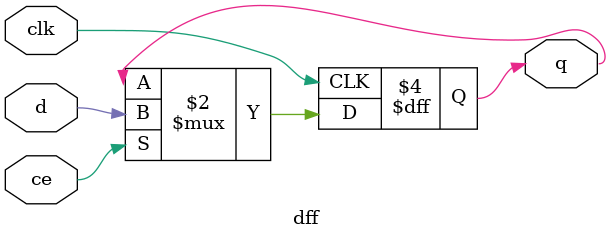
<source format=v>
/*
* D-Flip Flop modules
* In SPI, used for controlling miso pin and for address latch
*/
module addressLatch
  #(parameter width = 7) // Address is 7 bits long
   (
    input [width - 1:0] d,
    input                  clk, ce,
    output reg [width - 1:0] q
    );

   always @(posedge clk) begin
      if (ce) begin
        q <= d;
      end
    end
endmodule

module dff
   (
    input d,
    input  clk, ce,
    output reg q
    );

   always @(posedge clk) begin
      if (ce) begin
        q <= d;
      end
    end
endmodule

</source>
